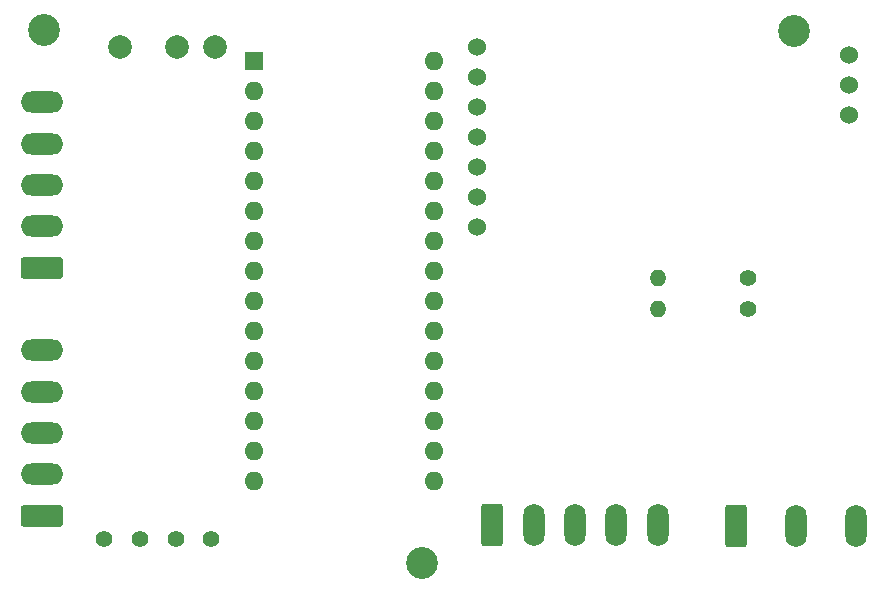
<source format=gbr>
%TF.GenerationSoftware,KiCad,Pcbnew,7.0.0-rc1-unknown-00d77f624a~164~ubuntu22.04.1*%
%TF.CreationDate,2023-01-15T10:56:32+01:00*%
%TF.ProjectId,lora-nano,6c6f7261-2d6e-4616-9e6f-2e6b69636164,rev?*%
%TF.SameCoordinates,Original*%
%TF.FileFunction,Soldermask,Bot*%
%TF.FilePolarity,Negative*%
%FSLAX46Y46*%
G04 Gerber Fmt 4.6, Leading zero omitted, Abs format (unit mm)*
G04 Created by KiCad (PCBNEW 7.0.0-rc1-unknown-00d77f624a~164~ubuntu22.04.1) date 2023-01-15 10:56:32*
%MOMM*%
%LPD*%
G01*
G04 APERTURE LIST*
G04 Aperture macros list*
%AMRoundRect*
0 Rectangle with rounded corners*
0 $1 Rounding radius*
0 $2 $3 $4 $5 $6 $7 $8 $9 X,Y pos of 4 corners*
0 Add a 4 corners polygon primitive as box body*
4,1,4,$2,$3,$4,$5,$6,$7,$8,$9,$2,$3,0*
0 Add four circle primitives for the rounded corners*
1,1,$1+$1,$2,$3*
1,1,$1+$1,$4,$5*
1,1,$1+$1,$6,$7*
1,1,$1+$1,$8,$9*
0 Add four rect primitives between the rounded corners*
20,1,$1+$1,$2,$3,$4,$5,0*
20,1,$1+$1,$4,$5,$6,$7,0*
20,1,$1+$1,$6,$7,$8,$9,0*
20,1,$1+$1,$8,$9,$2,$3,0*%
G04 Aperture macros list end*
%ADD10C,2.700000*%
%ADD11RoundRect,0.250000X-0.650000X-1.550000X0.650000X-1.550000X0.650000X1.550000X-0.650000X1.550000X0*%
%ADD12O,1.800000X3.600000*%
%ADD13RoundRect,0.250000X1.550000X-0.650000X1.550000X0.650000X-1.550000X0.650000X-1.550000X-0.650000X0*%
%ADD14O,3.600000X1.800000*%
%ADD15C,1.400000*%
%ADD16O,1.400000X1.400000*%
%ADD17C,2.000000*%
%ADD18C,1.524000*%
%ADD19R,1.600000X1.600000*%
%ADD20O,1.600000X1.600000*%
G04 APERTURE END LIST*
D10*
%TO.C,REF\u002A\u002A*%
X179800000Y-77400000D03*
%TD*%
D11*
%TO.C,J2*%
X154300000Y-119208572D03*
D12*
X157799999Y-119208571D03*
X161299999Y-119208571D03*
X164799999Y-119208571D03*
X168299999Y-119208571D03*
%TD*%
D13*
%TO.C,J3*%
X116200000Y-118408572D03*
D14*
X116199999Y-114908571D03*
X116199999Y-111408571D03*
X116199999Y-107908571D03*
X116199999Y-104408571D03*
%TD*%
D15*
%TO.C,R14*%
X175920000Y-98300000D03*
D16*
X168299999Y-98299999D03*
%TD*%
D15*
%TO.C,SDA*%
X127500000Y-120400000D03*
%TD*%
D17*
%TO.C,GND*%
X122800000Y-78700000D03*
%TD*%
D15*
%TO.C,R13*%
X175900000Y-100900000D03*
D16*
X168279999Y-100899999D03*
%TD*%
D10*
%TO.C,REF\u002A\u002A*%
X116300000Y-77300000D03*
%TD*%
D11*
%TO.C,J4*%
X174920000Y-119305572D03*
D12*
X179999999Y-119305571D03*
X185079999Y-119305571D03*
%TD*%
D10*
%TO.C,REF\u002A\u002A*%
X148300000Y-122400000D03*
%TD*%
D15*
%TO.C,+5V*%
X121400000Y-120400000D03*
%TD*%
D17*
%TO.C,TXD*%
X130800000Y-78700000D03*
%TD*%
D13*
%TO.C,J1*%
X116200000Y-97408572D03*
D14*
X116199999Y-93908571D03*
X116199999Y-90408571D03*
X116199999Y-86908571D03*
X116199999Y-83408571D03*
%TD*%
D18*
%TO.C,U1*%
X152967000Y-78700000D03*
X152967000Y-81240000D03*
X152967000Y-83780000D03*
X152967000Y-86320000D03*
X152967000Y-88860000D03*
X152967000Y-91400000D03*
X152967000Y-93940000D03*
X184467000Y-84480000D03*
X184467000Y-81940000D03*
X184467000Y-79400000D03*
%TD*%
D15*
%TO.C,GND*%
X130500000Y-120400000D03*
%TD*%
%TO.C,SCL*%
X124500000Y-120400000D03*
%TD*%
D17*
%TO.C,RXD*%
X127600000Y-78700000D03*
%TD*%
D19*
%TO.C,A1*%
X134087999Y-79935571D03*
D20*
X134087999Y-82475571D03*
X134087999Y-85015571D03*
X134087999Y-87555571D03*
X134087999Y-90095571D03*
X134087999Y-92635571D03*
X134087999Y-95175571D03*
X134087999Y-97715571D03*
X134087999Y-100255571D03*
X134087999Y-102795571D03*
X134087999Y-105335571D03*
X134087999Y-107875571D03*
X134087999Y-110415571D03*
X134087999Y-112955571D03*
X134087999Y-115495571D03*
X149327999Y-115495571D03*
X149327999Y-112955571D03*
X149327999Y-110415571D03*
X149327999Y-107875571D03*
X149327999Y-105335571D03*
X149327999Y-102795571D03*
X149327999Y-100255571D03*
X149327999Y-97715571D03*
X149327999Y-95175571D03*
X149327999Y-92635571D03*
X149327999Y-90095571D03*
X149327999Y-87555571D03*
X149327999Y-85015571D03*
X149327999Y-82475571D03*
X149327999Y-79935571D03*
%TD*%
M02*

</source>
